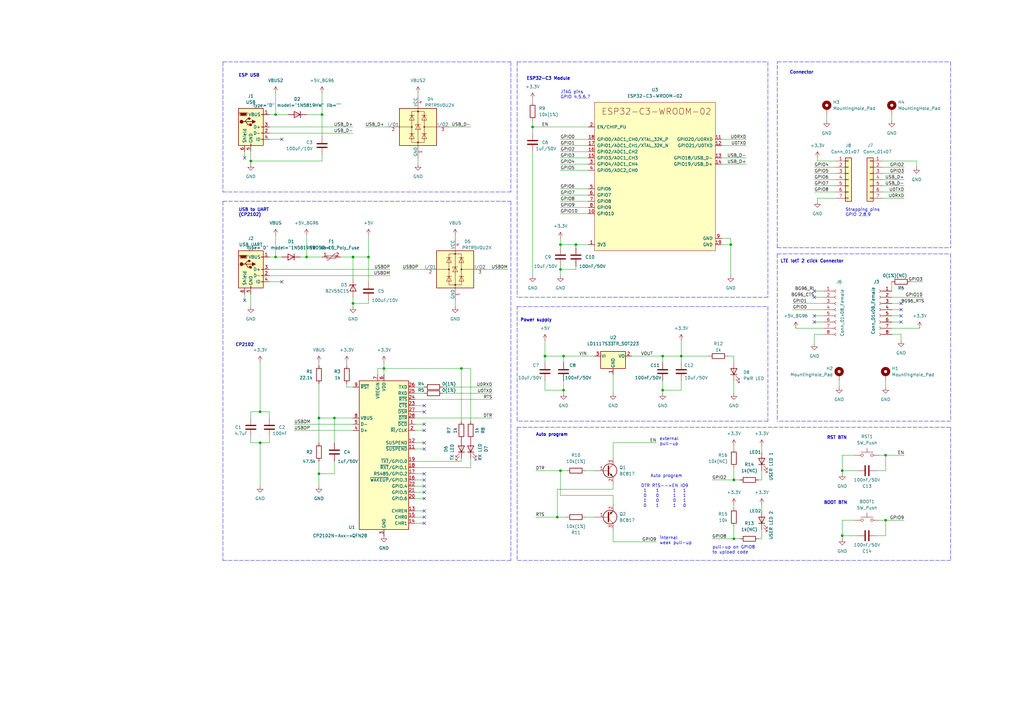
<source format=kicad_sch>
(kicad_sch (version 20211123) (generator eeschema)
  (paper "A3")
  (junction (at 363.22 186.69))
  (junction (at 132.08 46.99))
  (junction (at 229.87 110.49))
  (junction (at 113.03 46.99))
  (junction (at 157.48 151.13))
  (junction (at 363.22 213.36))
  (junction (at 279.4 146.05))
  (junction (at 300.99 220.98))
  (junction (at 223.52 146.05))
  (junction (at 106.68 181.61))
  (junction (at 130.81 171.45))
  (junction (at 218.44 52.07))
  (junction (at 189.23 151.13))
  (junction (at 130.81 194.31))
  (junction (at 229.87 193.04))
  (junction (at 228.6 212.09))
  (junction (at 299.72 100.33))
  (junction (at 106.68 168.91))
  (junction (at 231.14 146.05))
  (junction (at 102.87 66.04))
  (junction (at 231.14 160.02))
  (junction (at 144.78 124.46))
  (junction (at 345.44 193.04))
  (junction (at 137.16 171.45))
  (junction (at 345.44 219.71))
  (junction (at 271.78 146.05))
  (junction (at 113.03 105.41))
  (junction (at 300.99 196.85))
  (junction (at 229.87 100.33))
  (junction (at 271.78 160.02))
  (junction (at 236.22 100.33))
  (junction (at 151.13 105.41))
  (junction (at 125.73 105.41))
  (junction (at 144.78 105.41))
  (no_connect (at 173.99 194.31))
  (no_connect (at 173.99 196.85))
  (no_connect (at 369.57 127))
  (no_connect (at 100.33 64.77))
  (no_connect (at 334.01 121.92))
  (no_connect (at 173.99 204.47))
  (no_connect (at 334.01 132.08))
  (no_connect (at 173.99 199.39))
  (no_connect (at 173.99 212.09))
  (no_connect (at 173.99 214.63))
  (no_connect (at 334.01 119.38))
  (no_connect (at 173.99 209.55))
  (no_connect (at 369.57 129.54))
  (no_connect (at 115.57 57.15))
  (no_connect (at 100.33 123.19))
  (no_connect (at 173.99 168.91))
  (no_connect (at 115.57 115.57))
  (no_connect (at 173.99 201.93))
  (no_connect (at 173.99 166.37))
  (no_connect (at 173.99 181.61))
  (no_connect (at 173.99 184.15))
  (no_connect (at 173.99 173.99))
  (no_connect (at 173.99 176.53))
  (no_connect (at 334.01 129.54))
  (no_connect (at 369.57 124.46))
  (no_connect (at 369.57 132.08))
  (wire (pts (xy 251.46 217.17) (xy 251.46 222.25)))
  (polyline (pts (xy 389.89 229.87) (xy 212.09 229.87)))
  (wire (pts (xy 259.08 146.05) (xy 271.78 146.05)))
  (wire (pts (xy 251.46 222.25) (xy 269.24 222.25)))
  (wire (pts (xy 170.18 181.61) (xy 173.99 181.61)))
  (wire (pts (xy 361.95 71.12) (xy 370.84 71.12)))
  (wire (pts (xy 334.01 129.54) (xy 337.82 129.54)))
  (wire (pts (xy 229.87 59.69) (xy 241.3 59.69)))
  (polyline (pts (xy 91.44 82.55) (xy 209.55 82.55)))
  (polyline (pts (xy 212.09 125.73) (xy 314.96 125.73)))
  (wire (pts (xy 125.73 105.41) (xy 132.08 105.41)))
  (wire (pts (xy 218.44 52.07) (xy 218.44 54.61)))
  (wire (pts (xy 151.13 105.41) (xy 151.13 115.57)))
  (wire (pts (xy 240.03 212.09) (xy 243.84 212.09)))
  (wire (pts (xy 193.04 191.77) (xy 193.04 187.96)))
  (wire (pts (xy 199.39 110.49) (xy 208.28 110.49)))
  (wire (pts (xy 334.01 121.92) (xy 337.82 121.92)))
  (wire (pts (xy 139.7 105.41) (xy 144.78 105.41)))
  (polyline (pts (xy 314.96 172.72) (xy 212.09 172.72)))
  (wire (pts (xy 170.18 191.77) (xy 193.04 191.77)))
  (wire (pts (xy 223.52 139.7) (xy 223.52 146.05)))
  (wire (pts (xy 236.22 100.33) (xy 229.87 100.33)))
  (wire (pts (xy 365.76 115.57) (xy 365.76 119.38)))
  (wire (pts (xy 251.46 181.61) (xy 251.46 187.96)))
  (wire (pts (xy 365.76 137.16) (xy 369.57 137.16)))
  (polyline (pts (xy 209.55 25.4) (xy 209.55 78.74)))
  (wire (pts (xy 184.15 52.07) (xy 193.04 52.07)))
  (wire (pts (xy 137.16 171.45) (xy 137.16 181.61)))
  (wire (pts (xy 218.44 49.53) (xy 218.44 52.07)))
  (wire (pts (xy 142.24 148.59) (xy 142.24 149.86)))
  (wire (pts (xy 106.68 181.61) (xy 106.68 199.39)))
  (wire (pts (xy 359.41 219.71) (xy 363.22 219.71)))
  (wire (pts (xy 144.78 124.46) (xy 151.13 124.46)))
  (wire (pts (xy 345.44 194.31) (xy 345.44 193.04)))
  (wire (pts (xy 300.99 196.85) (xy 303.53 196.85)))
  (wire (pts (xy 334.01 68.58) (xy 342.9 68.58)))
  (wire (pts (xy 335.28 64.77) (xy 335.28 66.04)))
  (wire (pts (xy 102.87 120.65) (xy 102.87 125.73)))
  (wire (pts (xy 132.08 46.99) (xy 132.08 38.1)))
  (wire (pts (xy 170.18 199.39) (xy 173.99 199.39)))
  (wire (pts (xy 335.28 81.28) (xy 342.9 81.28)))
  (wire (pts (xy 219.71 212.09) (xy 228.6 212.09)))
  (polyline (pts (xy 318.77 104.14) (xy 318.77 172.72)))
  (wire (pts (xy 345.44 186.69) (xy 350.52 186.69)))
  (wire (pts (xy 171.45 64.77) (xy 171.45 67.31)))
  (wire (pts (xy 125.73 46.99) (xy 132.08 46.99)))
  (wire (pts (xy 378.46 115.57) (xy 373.38 115.57)))
  (wire (pts (xy 344.17 156.21) (xy 344.17 158.75)))
  (wire (pts (xy 369.57 132.08) (xy 365.76 132.08)))
  (wire (pts (xy 229.87 109.22) (xy 229.87 110.49)))
  (wire (pts (xy 361.95 68.58) (xy 370.84 68.58)))
  (wire (pts (xy 342.9 66.04) (xy 335.28 66.04)))
  (wire (pts (xy 123.19 105.41) (xy 125.73 105.41)))
  (wire (pts (xy 170.18 201.93) (xy 173.99 201.93)))
  (wire (pts (xy 228.6 212.09) (xy 232.41 212.09)))
  (polyline (pts (xy 91.44 82.55) (xy 91.44 229.87)))
  (wire (pts (xy 365.76 121.92) (xy 378.46 121.92)))
  (wire (pts (xy 181.61 158.75) (xy 201.93 158.75)))
  (wire (pts (xy 295.91 59.69) (xy 306.07 59.69)))
  (wire (pts (xy 251.46 153.67) (xy 251.46 161.29)))
  (wire (pts (xy 170.18 158.75) (xy 173.99 158.75)))
  (wire (pts (xy 363.22 156.21) (xy 363.22 158.75)))
  (wire (pts (xy 334.01 132.08) (xy 337.82 132.08)))
  (wire (pts (xy 295.91 100.33) (xy 299.72 100.33)))
  (wire (pts (xy 229.87 80.01) (xy 241.3 80.01)))
  (wire (pts (xy 170.18 184.15) (xy 173.99 184.15)))
  (wire (pts (xy 369.57 129.54) (xy 365.76 129.54)))
  (polyline (pts (xy 318.77 101.6) (xy 389.89 101.6)))
  (wire (pts (xy 295.91 57.15) (xy 306.07 57.15)))
  (wire (pts (xy 100.33 123.19) (xy 100.33 120.65)))
  (wire (pts (xy 345.44 219.71) (xy 345.44 213.36)))
  (wire (pts (xy 132.08 55.88) (xy 132.08 46.99)))
  (wire (pts (xy 170.18 161.29) (xy 173.99 161.29)))
  (wire (pts (xy 110.49 168.91) (xy 110.49 171.45)))
  (wire (pts (xy 149.86 52.07) (xy 158.75 52.07)))
  (wire (pts (xy 345.44 220.98) (xy 345.44 219.71)))
  (wire (pts (xy 337.82 124.46) (xy 325.12 124.46)))
  (wire (pts (xy 110.49 52.07) (xy 144.78 52.07)))
  (wire (pts (xy 251.46 203.2) (xy 229.87 203.2)))
  (wire (pts (xy 229.87 193.04) (xy 229.87 203.2)))
  (wire (pts (xy 345.44 213.36) (xy 350.52 213.36)))
  (wire (pts (xy 157.48 151.13) (xy 189.23 151.13)))
  (wire (pts (xy 236.22 109.22) (xy 236.22 110.49)))
  (wire (pts (xy 110.49 181.61) (xy 106.68 181.61)))
  (wire (pts (xy 279.4 160.02) (xy 279.4 156.21)))
  (wire (pts (xy 271.78 160.02) (xy 271.78 161.29)))
  (wire (pts (xy 170.18 204.47) (xy 173.99 204.47)))
  (wire (pts (xy 132.08 63.5) (xy 132.08 66.04)))
  (wire (pts (xy 345.44 193.04) (xy 345.44 186.69)))
  (wire (pts (xy 229.87 62.23) (xy 241.3 62.23)))
  (wire (pts (xy 165.1 110.49) (xy 173.99 110.49)))
  (wire (pts (xy 113.03 105.41) (xy 113.03 96.52)))
  (wire (pts (xy 229.87 110.49) (xy 229.87 113.03)))
  (polyline (pts (xy 389.89 104.14) (xy 389.89 172.72)))
  (wire (pts (xy 279.4 146.05) (xy 279.4 148.59)))
  (wire (pts (xy 271.78 160.02) (xy 279.4 160.02)))
  (wire (pts (xy 189.23 151.13) (xy 193.04 151.13)))
  (wire (pts (xy 110.49 113.03) (xy 160.02 113.03)))
  (wire (pts (xy 300.99 207.01) (xy 300.99 208.28)))
  (wire (pts (xy 236.22 100.33) (xy 241.3 100.33)))
  (wire (pts (xy 170.18 189.23) (xy 189.23 189.23)))
  (wire (pts (xy 271.78 156.21) (xy 271.78 160.02)))
  (wire (pts (xy 299.72 100.33) (xy 299.72 113.03)))
  (wire (pts (xy 186.69 123.19) (xy 186.69 125.73)))
  (wire (pts (xy 337.82 134.62) (xy 326.39 134.62)))
  (wire (pts (xy 229.87 100.33) (xy 229.87 101.6)))
  (wire (pts (xy 170.18 214.63) (xy 173.99 214.63)))
  (wire (pts (xy 229.87 87.63) (xy 241.3 87.63)))
  (wire (pts (xy 130.81 171.45) (xy 137.16 171.45)))
  (wire (pts (xy 186.69 96.52) (xy 186.69 97.79)))
  (wire (pts (xy 100.33 64.77) (xy 100.33 62.23)))
  (wire (pts (xy 363.22 186.69) (xy 370.84 186.69)))
  (wire (pts (xy 229.87 97.79) (xy 229.87 100.33)))
  (wire (pts (xy 110.49 105.41) (xy 113.03 105.41)))
  (polyline (pts (xy 389.89 172.72) (xy 318.77 172.72)))
  (wire (pts (xy 292.1 196.85) (xy 300.99 196.85)))
  (wire (pts (xy 113.03 46.99) (xy 113.03 38.1)))
  (wire (pts (xy 279.4 139.7) (xy 279.4 146.05)))
  (wire (pts (xy 271.78 146.05) (xy 279.4 146.05)))
  (polyline (pts (xy 212.09 175.26) (xy 212.09 229.87)))
  (wire (pts (xy 361.95 81.28) (xy 370.84 81.28)))
  (wire (pts (xy 130.81 189.23) (xy 130.81 194.31)))
  (wire (pts (xy 363.22 193.04) (xy 363.22 186.69)))
  (wire (pts (xy 342.9 78.74) (xy 334.01 78.74)))
  (wire (pts (xy 154.94 151.13) (xy 157.48 151.13)))
  (wire (pts (xy 170.18 166.37) (xy 173.99 166.37)))
  (wire (pts (xy 311.15 196.85) (xy 312.42 196.85)))
  (wire (pts (xy 229.87 193.04) (xy 232.41 193.04)))
  (polyline (pts (xy 212.09 25.4) (xy 314.96 25.4)))
  (wire (pts (xy 142.24 158.75) (xy 144.78 158.75)))
  (wire (pts (xy 295.91 67.31) (xy 306.07 67.31)))
  (wire (pts (xy 229.87 57.15) (xy 241.3 57.15)))
  (wire (pts (xy 375.92 66.04) (xy 375.92 68.58)))
  (wire (pts (xy 170.18 209.55) (xy 173.99 209.55)))
  (wire (pts (xy 181.61 161.29) (xy 201.93 161.29)))
  (wire (pts (xy 137.16 189.23) (xy 137.16 194.31)))
  (wire (pts (xy 369.57 137.16) (xy 369.57 139.7)))
  (polyline (pts (xy 212.09 25.4) (xy 212.09 121.92)))
  (wire (pts (xy 125.73 105.41) (xy 125.73 96.52)))
  (wire (pts (xy 170.18 168.91) (xy 173.99 168.91)))
  (polyline (pts (xy 91.44 25.4) (xy 91.44 78.74)))
  (wire (pts (xy 312.42 220.98) (xy 312.42 217.17)))
  (wire (pts (xy 228.6 200.66) (xy 228.6 212.09)))
  (wire (pts (xy 223.52 146.05) (xy 231.14 146.05)))
  (polyline (pts (xy 209.55 229.87) (xy 91.44 229.87)))
  (wire (pts (xy 218.44 40.64) (xy 218.44 41.91)))
  (polyline (pts (xy 314.96 125.73) (xy 314.96 172.72)))
  (wire (pts (xy 137.16 194.31) (xy 130.81 194.31)))
  (wire (pts (xy 157.48 148.59) (xy 157.48 151.13)))
  (polyline (pts (xy 318.77 101.6) (xy 318.77 25.4)))
  (wire (pts (xy 102.87 179.07) (xy 102.87 181.61)))
  (wire (pts (xy 229.87 69.85) (xy 241.3 69.85)))
  (wire (pts (xy 231.14 160.02) (xy 223.52 160.02)))
  (wire (pts (xy 106.68 148.59) (xy 106.68 168.91)))
  (wire (pts (xy 334.01 73.66) (xy 342.9 73.66)))
  (wire (pts (xy 231.14 160.02) (xy 231.14 161.29)))
  (wire (pts (xy 110.49 54.61) (xy 144.78 54.61)))
  (wire (pts (xy 236.22 100.33) (xy 236.22 101.6)))
  (wire (pts (xy 130.81 171.45) (xy 130.81 181.61)))
  (wire (pts (xy 361.95 73.66) (xy 370.84 73.66)))
  (wire (pts (xy 240.03 193.04) (xy 243.84 193.04)))
  (wire (pts (xy 229.87 77.47) (xy 241.3 77.47)))
  (wire (pts (xy 193.04 151.13) (xy 193.04 172.72)))
  (wire (pts (xy 361.95 78.74) (xy 370.84 78.74)))
  (wire (pts (xy 151.13 96.52) (xy 151.13 105.41)))
  (wire (pts (xy 359.41 193.04) (xy 363.22 193.04)))
  (polyline (pts (xy 318.77 25.4) (xy 389.89 25.4)))
  (polyline (pts (xy 209.55 82.55) (xy 209.55 229.87)))
  (wire (pts (xy 229.87 64.77) (xy 241.3 64.77)))
  (wire (pts (xy 102.87 66.04) (xy 132.08 66.04)))
  (wire (pts (xy 363.22 213.36) (xy 370.84 213.36)))
  (wire (pts (xy 300.99 146.05) (xy 300.99 148.59)))
  (wire (pts (xy 360.68 186.69) (xy 363.22 186.69)))
  (wire (pts (xy 229.87 110.49) (xy 236.22 110.49)))
  (polyline (pts (xy 389.89 175.26) (xy 389.89 229.87)))
  (wire (pts (xy 170.18 176.53) (xy 173.99 176.53)))
  (wire (pts (xy 279.4 146.05) (xy 290.83 146.05)))
  (polyline (pts (xy 314.96 25.4) (xy 314.96 121.92)))
  (wire (pts (xy 300.99 182.88) (xy 300.99 184.15)))
  (polyline (pts (xy 389.89 25.4) (xy 389.89 101.6)))
  (wire (pts (xy 251.46 207.01) (xy 251.46 203.2)))
  (wire (pts (xy 334.01 119.38) (xy 337.82 119.38)))
  (wire (pts (xy 102.87 168.91) (xy 102.87 171.45)))
  (wire (pts (xy 295.91 97.79) (xy 299.72 97.79)))
  (wire (pts (xy 120.65 176.53) (xy 144.78 176.53)))
  (wire (pts (xy 271.78 146.05) (xy 271.78 148.59)))
  (wire (pts (xy 106.68 168.91) (xy 102.87 168.91)))
  (polyline (pts (xy 212.09 175.26) (xy 389.89 175.26)))
  (wire (pts (xy 130.81 157.48) (xy 130.81 171.45)))
  (wire (pts (xy 334.01 76.2) (xy 342.9 76.2)))
  (wire (pts (xy 360.68 213.36) (xy 363.22 213.36)))
  (wire (pts (xy 337.82 127) (xy 325.12 127)))
  (wire (pts (xy 363.22 219.71) (xy 363.22 213.36)))
  (wire (pts (xy 218.44 52.07) (xy 241.3 52.07)))
  (polyline (pts (xy 91.44 25.4) (xy 209.55 25.4)))
  (wire (pts (xy 311.15 220.98) (xy 312.42 220.98)))
  (wire (pts (xy 115.57 115.57) (xy 110.49 115.57)))
  (wire (pts (xy 369.57 124.46) (xy 365.76 124.46)))
  (wire (pts (xy 334.01 137.16) (xy 334.01 140.97)))
  (wire (pts (xy 151.13 124.46) (xy 151.13 123.19)))
  (wire (pts (xy 375.92 66.04) (xy 361.95 66.04)))
  (wire (pts (xy 223.52 160.02) (xy 223.52 156.21)))
  (wire (pts (xy 219.71 193.04) (xy 229.87 193.04)))
  (polyline (pts (xy 212.09 172.72) (xy 212.09 125.73)))
  (wire (pts (xy 154.94 153.67) (xy 154.94 151.13)))
  (wire (pts (xy 300.99 220.98) (xy 300.99 215.9)))
  (wire (pts (xy 102.87 67.31) (xy 102.87 66.04)))
  (wire (pts (xy 300.99 156.21) (xy 300.99 161.29)))
  (wire (pts (xy 337.82 137.16) (xy 334.01 137.16)))
  (wire (pts (xy 300.99 191.77) (xy 300.99 196.85)))
  (wire (pts (xy 251.46 198.12) (xy 251.46 200.66)))
  (polyline (pts (xy 318.77 104.14) (xy 389.89 104.14)))
  (wire (pts (xy 339.09 46.99) (xy 339.09 49.53)))
  (wire (pts (xy 365.76 46.99) (xy 365.76 49.53)))
  (wire (pts (xy 335.28 82.55) (xy 335.28 81.28)))
  (wire (pts (xy 345.44 193.04) (xy 351.79 193.04)))
  (wire (pts (xy 334.01 71.12) (xy 342.9 71.12)))
  (wire (pts (xy 137.16 171.45) (xy 144.78 171.45)))
  (wire (pts (xy 110.49 110.49) (xy 160.02 110.49)))
  (wire (pts (xy 345.44 219.71) (xy 351.79 219.71)))
  (wire (pts (xy 113.03 105.41) (xy 115.57 105.41)))
  (wire (pts (xy 113.03 46.99) (xy 118.11 46.99)))
  (wire (pts (xy 300.99 220.98) (xy 303.53 220.98)))
  (wire (pts (xy 170.18 194.31) (xy 173.99 194.31)))
  (wire (pts (xy 110.49 168.91) (xy 106.68 168.91)))
  (wire (pts (xy 120.65 173.99) (xy 144.78 173.99)))
  (wire (pts (xy 218.44 62.23) (xy 218.44 113.03)))
  (polyline (pts (xy 209.55 78.74) (xy 91.44 78.74)))
  (wire (pts (xy 312.42 196.85) (xy 312.42 193.04)))
  (wire (pts (xy 170.18 173.99) (xy 173.99 173.99)))
  (wire (pts (xy 144.78 105.41) (xy 144.78 114.3)))
  (wire (pts (xy 106.68 181.61) (xy 102.87 181.61)))
  (wire (pts (xy 144.78 121.92) (xy 144.78 124.46)))
  (wire (pts (xy 115.57 57.15) (xy 110.49 57.15)))
  (wire (pts (xy 223.52 146.05) (xy 223.52 148.59)))
  (wire (pts (xy 377.19 134.62) (xy 365.76 134.62)))
  (wire (pts (xy 229.87 67.31) (xy 241.3 67.31)))
  (wire (pts (xy 231.14 146.05) (xy 231.14 148.59)))
  (wire (pts (xy 170.18 171.45) (xy 201.93 171.45)))
  (wire (pts (xy 229.87 82.55) (xy 241.3 82.55)))
  (wire (pts (xy 144.78 124.46) (xy 144.78 125.73)))
  (wire (pts (xy 170.18 163.83) (xy 201.93 163.83)))
  (wire (pts (xy 251.46 181.61) (xy 269.24 181.61)))
  (wire (pts (xy 102.87 62.23) (xy 102.87 66.04)))
  (wire (pts (xy 361.95 76.2) (xy 370.84 76.2)))
  (wire (pts (xy 110.49 46.99) (xy 113.03 46.99)))
  (wire (pts (xy 295.91 64.77) (xy 306.07 64.77)))
  (wire (pts (xy 251.46 200.66) (xy 228.6 200.66)))
  (polyline (pts (xy 314.96 121.92) (xy 212.09 121.92)))
  (wire (pts (xy 144.78 105.41) (xy 151.13 105.41)))
  (wire (pts (xy 312.42 207.01) (xy 312.42 209.55)))
  (wire (pts (xy 171.45 38.1) (xy 171.45 39.37)))
  (wire (pts (xy 110.49 179.07) (xy 110.49 181.61)))
  (wire (pts (xy 299.72 97.79) (xy 299.72 100.33)))
  (wire (pts (xy 312.42 182.88) (xy 312.42 185.42)))
  (wire (pts (xy 189.23 151.13) (xy 189.23 172.72)))
  (wire (pts (xy 130.81 194.31) (xy 130.81 199.39)))
  (wire (pts (xy 231.14 156.21) (xy 231.14 160.02)))
  (wire (pts (xy 170.18 212.09) (xy 173.99 212.09)))
  (wire (pts (xy 170.18 196.85) (xy 173.99 196.85)))
  (wire (pts (xy 189.23 189.23) (xy 189.23 187.96)))
  (wire (pts (xy 298.45 146.05) (xy 300.99 146.05)))
  (wire (pts (xy 229.87 85.09) (xy 241.3 85.09)))
  (wire (pts (xy 292.1 220.98) (xy 300.99 220.98)))
  (wire (pts (xy 369.57 127) (xy 365.76 127)))
  (wire (pts (xy 130.81 148.59) (xy 130.81 149.86)))
  (wire (pts (xy 231.14 146.05) (xy 243.84 146.05)))
  (wire (pts (xy 142.24 157.48) (xy 142.24 158.75)))
  (wire (pts (xy 157.48 151.13) (xy 157.48 153.67)))
  (text "CP2102" (at 96.52 142.24 0) (effects (font (size 1.27 1.27) (thickness 0.254) bold) (justify left bottom)))
  (text "Strapping pins\nGPIO 2,8,9" (at 346.71 88.9 0) (effects (font (size 1.27 1.27)) (justify left bottom)))
  (text "Power supply" (at 213.36 132.08 0) (effects (font (size 1.27 1.27) (thickness 0.254) bold) (justify left bottom)))
  (text "    Auto program\n\nDTR RTS-->EN IO9\n 1    1      1   1\n 0    0      1   1\n 1    0      0   1\n 0    1      1   0 \n" (at 262.89 208.28 0) (effects (font (size 1.27 1.27)) (justify left bottom)))
  (text "internal\nweak pull-up" (at 270.51 223.52 0) (effects (font (size 1.27 1.27)) (justify left bottom)))
  (text "Auto program" (at 219.71 179.07 0) (effects (font (size 1.27 1.27) bold) (justify left bottom)))
  (text "Connector" (at 323.85 30.48 0) (effects (font (size 1.27 1.27) bold) (justify left bottom)))
  (text "LTE IotT 2 click Connector" (at 320.04 107.95 0) (effects (font (size 1.27 1.27) (thickness 0.254) bold) (justify left bottom)))
  (text "JTAG pins\nGPIO 4,5,6,7" (at 229.87 40.64 0) (effects (font (size 1.27 1.27)) (justify left bottom)))
  (text "USB to UART\n(CP2102)" (at 97.79 88.9 0) (effects (font (size 1.27 1.27) (thickness 0.254) bold) (justify left bottom)))
  (text "ESP USB\n" (at 97.79 31.75 0) (effects (font (size 1.27 1.27) (thickness 0.254) bold) (justify left bottom)))
  (text "ESP32-C3 Module" (at 215.9 33.02 0) (effects (font (size 1.27 1.27) (thickness 0.254) bold) (justify left bottom)))
  (text "pull-up on GPIO8\nto upload code" (at 292.1 227.33 0) (effects (font (size 1.27 1.27)) (justify left bottom)))
  (text "external\npull-up" (at 270.51 182.88 0) (effects (font (size 1.27 1.27)) (justify left bottom)))
  (text "RST BTN" (at 339.09 180.34 0) (effects (font (size 1.27 1.27) (thickness 0.254) bold) (justify left bottom)))
  (text "BOOT BTN" (at 337.82 207.01 0) (effects (font (size 1.27 1.27) (thickness 0.254) bold) (justify left bottom)))
  (label "U0TXD" (at 201.93 161.29 180))
  (label "VOUT" (at 262.89 146.05 0))
  (label "GPIO6" (at 334.01 73.66 0))
  (label "GPIO10" (at 378.46 121.92 180))
  (label "GPIO2" (at 370.84 68.58 180))
  (label "GPIO8" (at 292.1 220.98 0))
  (label "USBDP" (at 160.02 110.49 180))
  (label "USB_D+" (at 149.86 52.07 0))
  (label "U0TXD" (at 306.07 59.69 180))
  (label "U0TXD" (at 370.84 78.74 180))
  (label "USB_D+" (at 306.07 67.31 180))
  (label "GPIO3" (at 229.87 64.77 0))
  (label "RTS" (at 201.93 163.83 180))
  (label "USB_D-" (at 193.04 52.07 180))
  (label "USB_D-" (at 144.78 54.61 180))
  (label "GPIO5" (at 334.01 71.12 0))
  (label "GPIO10" (at 229.87 87.63 0))
  (label "EN" (at 269.24 181.61 180))
  (label "GPIO7" (at 334.01 76.2 0))
  (label "USBDM" (at 208.28 110.49 180))
  (label "USBDM" (at 160.02 113.03 180))
  (label "GPIO3" (at 370.84 71.12 180))
  (label "GPIO1" (at 325.12 124.46 0))
  (label "GPIO0" (at 229.87 57.15 0))
  (label "USB_D-" (at 370.84 76.2 180))
  (label "GPIO2" (at 292.1 196.85 0))
  (label "BG96_RI" (at 334.01 119.38 180))
  (label "GPIO0" (at 325.12 127 0))
  (label "USBDM" (at 120.65 173.99 0))
  (label "GPIO9" (at 229.87 85.09 0))
  (label "USB_D-" (at 306.07 64.77 180))
  (label "GPIO2" (at 229.87 62.23 0))
  (label "GPIO4" (at 334.01 68.58 0))
  (label "RTS" (at 219.71 212.09 0))
  (label "GPIO8" (at 334.01 78.74 0))
  (label "GPIO7" (at 229.87 80.01 0))
  (label "GPIO8" (at 229.87 82.55 0))
  (label "GPIO9" (at 370.84 213.36 180))
  (label "USBDP" (at 120.65 176.53 0))
  (label "BG96_RTS" (at 369.57 124.46 0))
  (label "VIN" (at 237.49 146.05 0))
  (label "GPIO1" (at 229.87 59.69 0))
  (label "U0RXD" (at 306.07 57.15 180))
  (label "USBDP" (at 165.1 110.49 0))
  (label "GPIO6" (at 229.87 77.47 0))
  (label "BG96_CTS" (at 334.01 121.92 180))
  (label "EN" (at 370.84 186.69 180))
  (label "GPIO3" (at 378.46 115.57 180))
  (label "U0RXD" (at 370.84 81.28 180))
  (label "EN" (at 222.25 52.07 0))
  (label "USB_D+" (at 370.84 73.66 180))
  (label "DTR" (at 219.71 193.04 0))
  (label "U0RXD" (at 201.93 158.75 180))
  (label "DTR" (at 201.93 171.45 180))
  (label "GPIO9" (at 269.24 222.25 180))
  (label "USB_D+" (at 144.78 52.07 180))
  (label "GPIO5" (at 229.87 69.85 0))
  (label "GPIO4" (at 229.87 67.31 0))
  (symbol (lib_id "power:GND") (at 334.01 140.97 0) (mirror y) (unit 1)
    (property "Reference" "#PWR036" (effects hide))
    (property "Value" "GND" (at 334.01 146.05 0))
  )
  (symbol (lib_id "Device:R") (at 189.23 176.53 0) (unit 1)
    (property "Reference" "R7" (at 184.15 176.53 90))
    (property "Value" "1k" (at 186.69 176.53 90))
    (property "Footprint" "Resistor_SMD:R_0603_1608Metric_Pad0.98x0.95mm_HandSolder" (effects hide))
  )
  (symbol (lib_id "Device:C") (at 355.6 219.71 90) (unit 1)
    (property "Reference" "C14" (at 355.6 226.06 90))
    (property "Value" "100nF/50V" (at 355.6 223.52 90))
    (property "Footprint" "Capacitor_SMD:C_0603_1608Metric_Pad1.08x0.95mm_HandSolder" (effects hide))
  )
  (symbol (lib_id "power:GND") (at 365.76 49.53 0) (unit 1)
    (property "Reference" "#PWR032" (effects hide))
    (property "Value" "GND" (at 365.76 54.61 0))
  )
  (symbol (lib_id "power:+5V") (at 223.52 139.7 0) (unit 1)
    (property "Reference" "#PWR019" (effects hide))
    (property "Value" "+5V" (at 223.52 134.62 0))
  )
  (symbol (lib_id "Device:R") (at 236.22 193.04 90) (unit 1)
    (property "Reference" "R10" (at 236.22 186.69 90))
    (property "Value" "10k(1%)" (at 236.22 189.23 90))
    (property "Footprint" "Resistor_SMD:R_0603_1608Metric_Pad0.98x0.95mm_HandSolder" (effects hide))
  )
  (symbol (lib_id "Device:LED") (at 312.42 189.23 90) (unit 1)
    (property "Reference" "LED1" (at 307.34 185.42 90) (effects (justify right)))
    (property "Value" "USER LED 1" (at 316.23 185.42 0) (effects (justify right)))
    (property "Footprint" "Diode_SMD:D_0805_2012Metric_Pad1.15x1.40mm_HandSolder" (effects hide))
  )
  (symbol (lib_id "power:GND") (at 186.69 125.73 0) (unit 1)
    (property "Reference" "#PWR015" (effects hide))
    (property "Value" "GND" (at 186.69 130.81 0))
  )
  (symbol (lib_id "power:VBUS") (at 130.81 148.59 0) (unit 1)
    (property "Reference" "#PWR06" (effects hide))
    (property "Value" "VBUS" (at 130.81 143.51 0))
  )
  (symbol (lib_id "power:GND") (at 369.57 139.7 0) (mirror y) (unit 1)
    (property "Reference" "#PWR030" (effects hide))
    (property "Value" "GND" (at 369.57 144.78 0))
  )
  (symbol (lib_id "lightigo_parts:VBUS2") (at 113.03 38.1 0) (unit 1)
    (property "Reference" "#PWR0107" (effects hide))
    (property "Value" "VBUS2" (at 113.03 33.02 0))
  )
  (symbol (lib_id "power:+3.3V") (at 106.68 148.59 0) (unit 1)
    (property "Reference" "#PWR0102" (effects hide))
    (property "Value" "+3.3V" (at 106.68 143.51 0))
  )
  (symbol (lib_id "power:GND") (at 271.78 161.29 0) (unit 1)
    (property "Reference" "#PWR024" (effects hide))
    (property "Value" "GND" (at 271.78 166.37 0))
  )
  (symbol (lib_id "power:GND") (at 171.45 67.31 0) (unit 1)
    (property "Reference" "#PWR013" (effects hide))
    (property "Value" "GND" (at 171.45 72.39 0))
  )
  (symbol (lib_id "Switch:SW_Push") (at 355.6 186.69 0) (unit 1)
    (property "Reference" "RST1" (at 355.6 179.07 0))
    (property "Value" "SW_Push" (at 355.6 181.61 0))
    (property "Footprint" "Button_Switch_THT:SW_PUSH_6mm_H5mm" (effects hide))
  )
  (symbol (lib_id "Switch:SW_Push") (at 355.6 213.36 0) (unit 1)
    (property "Reference" "BOOT1" (at 355.6 205.74 0))
    (property "Value" "SW_Push" (at 355.6 208.28 0))
    (property "Footprint" "Button_Switch_THT:SW_PUSH_6mm_H5mm" (effects hide))
  )
  (symbol (lib_id "power:VBUS") (at 113.03 96.52 0) (unit 1)
    (property "Reference" "#PWR05" (effects hide))
    (property "Value" "VBUS" (at 113.03 91.44 0))
  )
  (symbol (lib_id "Simulation_SPICE:DIODE") (at 121.92 46.99 0) (unit 1)
    (property "Reference" "D2" (at 121.92 40.64 0))
    (property "Value" "1N5819HW" (at 121.92 43.18 0))
    (property "Footprint" "snapeda:SOD3715X145N" (effects hide))
    (property "Spice_Netlist_Enabled" "Y" (effects hide))
    (property "Spice_Primitive" "D" (effects hide))
  )
  (symbol (lib_id "power:GND") (at 345.44 194.31 0) (unit 1)
    (property "Reference" "#PWR028" (effects hide))
    (property "Value" "GND" (at 345.44 199.39 0))
  )
  (symbol (lib_id "Device:R") (at 294.64 146.05 90) (unit 1)
    (property "Reference" "R12" (at 294.64 140.97 90))
    (property "Value" "1k" (at 294.64 143.51 90))
    (property "Footprint" "Resistor_SMD:R_0603_1608Metric_Pad0.98x0.95mm_HandSolder" (effects hide))
  )
  (symbol (lib_id "Device:R") (at 307.34 220.98 90) (unit 1)
    (property "Reference" "R13" (at 307.34 214.63 90))
    (property "Value" "1k(NC)" (at 307.34 217.17 90))
    (property "Footprint" "Resistor_SMD:R_0603_1608Metric_Pad0.98x0.95mm_HandSolder" (effects hide))
  )
  (symbol (lib_id "Device:C") (at 151.13 119.38 0) (unit 1)
    (property "Reference" "C5" (at 154.94 119.38 0) (effects (justify left)))
    (property "Value" "100uF/10V" (at 152.4 123.19 0) (effects (justify left)))
    (property "Footprint" "Capacitor_THT:CP_Radial_D5.0mm_P2.00mm" (effects hide))
  )
  (symbol (lib_id "Device:R") (at 300.99 187.96 0) (mirror x) (unit 1)
    (property "Reference" "R16" (at 298.45 186.6899 0) (effects (justify right)))
    (property "Value" "10k(NC)" (at 298.45 189.2299 0) (effects (justify right)))
    (property "Footprint" "Resistor_SMD:R_0603_1608Metric_Pad0.98x0.95mm_HandSolder" (effects hide))
  )
  (symbol (lib_id "power:+3.3V") (at 335.28 64.77 0) (unit 1)
    (property "Reference" "#PWR0109" (effects hide))
    (property "Value" "+3.3V" (at 335.28 59.69 0))
  )
  (symbol (lib_id "Device:R") (at 177.8 161.29 270) (mirror x) (unit 1)
    (property "Reference" "R5" (at 172.72 160.02 90))
    (property "Value" "0(1%)" (at 184.15 160.02 90))
    (property "Footprint" "Resistor_SMD:R_0603_1608Metric_Pad0.98x0.95mm_HandSolder" (effects hide))
  )
  (symbol (lib_id "power:GND") (at 106.68 199.39 0) (mirror y) (unit 1)
    (property "Reference" "#PWR02" (effects hide))
    (property "Value" "GND" (at 106.68 204.47 0))
  )
  (symbol (lib_id "Device:C") (at 223.52 152.4 0) (mirror y) (unit 1)
    (property "Reference" "C7" (at 218.44 149.86 0) (effects (justify right)))
    (property "Value" "10uF/50V" (at 222.25 154.94 0) (effects (justify left)))
    (property "Footprint" "Capacitor_SMD:C_0805_2012Metric_Pad1.18x1.45mm_HandSolder" (effects hide))
  )
  (symbol (lib_id "power:+3.3V") (at 312.42 207.01 0) (unit 1)
    (property "Reference" "#PWR0111" (effects hide))
    (property "Value" "+3.3V" (at 312.42 201.93 0))
  )
  (symbol (lib_id "Device:C") (at 271.78 152.4 0) (mirror y) (unit 1)
    (property "Reference" "C11" (at 266.7 149.86 0) (effects (justify right)))
    (property "Value" "100nF/50V" (at 260.35 154.94 0) (effects (justify right)))
    (property "Footprint" "Capacitor_SMD:C_0603_1608Metric_Pad1.08x0.95mm_HandSolder" (effects hide))
  )
  (symbol (lib_id "Device:R") (at 142.24 153.67 0) (mirror x) (unit 1)
    (property "Reference" "R3" (at 139.7 152.4 0) (effects (justify right)))
    (property "Value" "1k" (at 139.7 154.94 0) (effects (justify right)))
    (property "Footprint" "Resistor_SMD:R_0603_1608Metric_Pad0.98x0.95mm_HandSolder" (effects hide))
  )
  (symbol (lib_id "Device:R") (at 369.57 115.57 270) (unit 1)
    (property "Reference" "R6" (at 369.57 118.11 90))
    (property "Value" "0(1%)(NC)" (at 367.03 113.03 90))
    (property "Footprint" "Resistor_SMD:R_0603_1608Metric_Pad0.98x0.95mm_HandSolder" (effects hide))
  )
  (symbol (lib_id "power:+3.3V") (at 377.19 134.62 0) (mirror y) (unit 1)
    (property "Reference" "#PWR029" (effects hide))
    (property "Value" "+3.3V" (at 377.19 129.54 0))
  )
  (symbol (lib_id "Device:C") (at 102.87 175.26 0) (mirror x) (unit 1)
    (property "Reference" "C1" (at 99.06 175.26 0) (effects (justify right)))
    (property "Value" "4.7uF" (at 101.6 177.8 0) (effects (justify right)))
    (property "Footprint" "Capacitor_SMD:C_1210_3225Metric_Pad1.33x2.70mm_HandSolder" (effects hide))
  )
  (symbol (lib_id "Device:C") (at 279.4 152.4 0) (unit 1)
    (property "Reference" "C12" (at 284.48 149.86 0) (effects (justify right)))
    (property "Value" "10uF/50V" (at 280.67 154.94 0) (effects (justify left)))
    (property "Footprint" "Capacitor_SMD:C_0805_2012Metric_Pad1.18x1.45mm_HandSolder" (effects hide))
  )
  (symbol (lib_id "Mechanical:MountingHole_Pad") (at 363.22 153.67 0) (unit 1)
    (property "Reference" "H1" (at 365.76 151.1299 0) (effects (justify left)))
    (property "Value" "MountingHole_Pad" (at 365.76 153.6699 0) (effects (justify left)))
    (property "Footprint" "MountingHole:MountingHole_3.2mm_M3_Pad_Via" (effects hide))
  )
  (symbol (lib_id "Diode:BZV55C15") (at 144.78 118.11 90) (mirror x) (unit 1)
    (property "Reference" "D3" (at 139.7 116.84 90) (effects (justify right)))
    (property "Value" "BZV55C15" (at 133.35 119.38 90) (effects (justify right)))
    (property "Footprint" "Diode_SMD:D_MiniMELF" (effects hide))
    (property "Datasheet" "https://assets.nexperia.com/documents/data-sheet/BZV55_SER.pdf" (effects hide))
  )
  (symbol (lib_id "Espressif:ESP32-C3-WROOM-02") (at 267.97 73.66 0) (unit 1)
    (property "Reference" "U3" (at 268.605 36.83 0))
    (property "Value" "ESP32-C3-WROOM-02" (at 268.605 39.37 0))
    (property "Footprint" "Espressif:ESP32-C3-WROOM-02" (effects hide))
    (property "Datasheet" "https://www.espressif.com/sites/default/files/documentation/esp32-c3-wroom-02_datasheet_en.pdf" (effects hide))
  )
  (symbol (lib_id "Device:R") (at 177.8 158.75 270) (mirror x) (unit 1)
    (property "Reference" "R4" (at 172.72 157.48 90))
    (property "Value" "0(1%)" (at 184.15 157.48 90))
    (property "Footprint" "Resistor_SMD:R_0603_1608Metric_Pad0.98x0.95mm_HandSolder" (effects hide))
  )
  (symbol (lib_id "power:GND") (at 130.81 199.39 0) (unit 1)
    (property "Reference" "#PWR07" (effects hide))
    (property "Value" "GND" (at 130.81 204.47 0))
  )
  (symbol (lib_id "Device:C") (at 137.16 185.42 180) (unit 1)
    (property "Reference" "C4" (at 140.97 185.42 0) (effects (justify right)))
    (property "Value" "1uF/50V" (at 138.43 189.23 0) (effects (justify right)))
    (property "Footprint" "Capacitor_SMD:C_0603_1608Metric_Pad1.08x0.95mm_HandSolder" (effects hide))
  )
  (symbol (lib_id "Device:C") (at 229.87 105.41 0) (mirror x) (unit 1)
    (property "Reference" "C9" (at 226.06 105.41 0) (effects (justify right)))
    (property "Value" "10uF/50V" (at 228.6 109.22 0) (effects (justify right)))
    (property "Footprint" "Capacitor_SMD:C_1206_3216Metric_Pad1.33x1.80mm_HandSolder" (effects hide))
  )
  (symbol (lib_id "Device:R") (at 307.34 196.85 90) (unit 1)
    (property "Reference" "R14" (at 307.34 190.5 90))
    (property "Value" "1k(NC)" (at 307.34 193.04 90))
    (property "Footprint" "Resistor_SMD:R_0603_1608Metric_Pad0.98x0.95mm_HandSolder" (effects hide))
  )
  (symbol (lib_id "power:VBUS") (at 186.69 96.52 0) (unit 1)
    (property "Reference" "#PWR014" (effects hide))
    (property "Value" "VBUS" (at 186.69 91.44 0))
  )
  (symbol (lib_id "Device:R") (at 300.99 212.09 0) (mirror x) (unit 1)
    (property "Reference" "R15" (at 298.45 210.8199 0) (effects (justify right)))
    (property "Value" "10k" (at 298.45 213.3599 0) (effects (justify right)))
    (property "Footprint" "Resistor_SMD:R_0603_1608Metric_Pad0.98x0.95mm_HandSolder" (effects hide))
  )
  (symbol (lib_id "power:+3.3V") (at 218.44 40.64 0) (unit 1)
    (property "Reference" "#PWR017" (effects hide))
    (property "Value" "+3.3V" (at 218.44 35.56 0))
  )
  (symbol (lib_id "power:+3.3V") (at 300.99 182.88 0) (mirror y) (unit 1)
    (property "Reference" "#PWR033" (effects hide))
    (property "Value" "+3.3V" (at 300.99 177.8 0))
  )
  (symbol (lib_id "power:GND") (at 335.28 82.55 0) (mirror y) (unit 1)
    (property "Reference" "#PWR031" (effects hide))
    (property "Value" "GND" (at 335.28 87.63 0))
  )
  (symbol (lib_id "power:+3.3V") (at 300.99 207.01 0) (mirror y) (unit 1)
    (property "Reference" "#PWR0110" (effects hide))
    (property "Value" "+3.3V" (at 300.99 201.93 0))
  )
  (symbol (lib_id "Connector:Conn_01x08_Female") (at 360.68 127 0) (mirror y) (unit 1)
    (property "Reference" "J3" (at 360.68 115.57 0) (effects (justify left)))
    (property "Value" "Conn_01x08_Female" (at 358.14 137.16 90) (effects (justify left)))
    (property "Footprint" "Connector_PinSocket_2.54mm:PinSocket_1x08_P2.54mm_Vertical" (effects hide))
  )
  (symbol (lib_id "power:GND") (at 339.09 49.53 0) (unit 1)
    (property "Reference" "#PWR016" (effects hide))
    (property "Value" "GND" (at 339.09 54.61 0))
  )
  (symbol (lib_id "Device:C") (at 236.22 105.41 0) (unit 1)
    (property "Reference" "C10" (at 240.03 105.41 0) (effects (justify left)))
    (property "Value" "100nF/50V" (at 237.49 109.22 0) (effects (justify left)))
    (property "Footprint" "Capacitor_SMD:C_0603_1608Metric_Pad1.08x0.95mm_HandSolder" (effects hide))
  )
  (symbol (lib_id "Transistor_BJT:BC817") (at 248.92 212.09 0) (mirror x) (unit 1)
    (property "Reference" "Q2" (at 254 210.8199 0) (effects (justify left)))
    (property "Value" "BC817" (at 254 213.3599 0) (effects (justify left)))
    (property "Footprint" "Package_TO_SOT_SMD:SOT-23" (effects hide))
    (property "Datasheet" "https://www.onsemi.com/pub/Collateral/BC818-D.pdf" (effects hide))
  )
  (symbol (lib_id "power:GND") (at 218.44 113.03 0) (unit 1)
    (property "Reference" "#PWR018" (effects hide))
    (property "Value" "GND" (at 218.44 118.11 0))
  )
  (symbol (lib_id "Connector:Conn_01x08_Female") (at 342.9 127 0) (unit 1)
    (property "Reference" "J6" (at 344.17 115.57 0))
    (property "Value" "Conn_01x08_Female" (at 345.44 128.27 90))
    (property "Footprint" "Connector_PinSocket_2.54mm:PinSocket_1x08_P2.54mm_Vertical" (effects hide))
  )
  (symbol (lib_id "Device:R") (at 130.81 185.42 0) (mirror x) (unit 1)
    (property "Reference" "R2" (at 128.27 185.42 0) (effects (justify right)))
    (property "Value" "47.5k" (at 129.54 189.23 0) (effects (justify right)))
    (property "Footprint" "Resistor_SMD:R_0603_1608Metric_Pad0.98x0.95mm_HandSolder" (effects hide))
  )
  (symbol (lib_id "power:GND") (at 300.99 161.29 0) (unit 1)
    (property "Reference" "#PWR026" (effects hide))
    (property "Value" "GND" (at 300.99 166.37 0))
  )
  (symbol (lib_id "Mechanical:MountingHole_Pad") (at 365.76 44.45 0) (unit 1)
    (property "Reference" "H4" (at 368.3 41.9099 0) (effects (justify left)))
    (property "Value" "MountingHole_Pad" (at 368.3 44.4499 0) (effects (justify left)))
    (property "Footprint" "MountingHole:MountingHole_3.2mm_M3_Pad_Via" (effects hide))
  )
  (symbol (lib_id "lightigo_parts:+5V_BG96") (at 132.08 38.1 0) (unit 1)
    (property "Reference" "#PWR0103" (effects hide))
    (property "Value" "+5V_BG96" (at 132.08 33.02 0))
  )
  (symbol (lib_id "power:GND") (at 251.46 161.29 0) (unit 1)
    (property "Reference" "#PWR023" (effects hide))
    (property "Value" "GND" (at 251.46 166.37 0))
  )
  (symbol (lib_id "power:GND") (at 102.87 67.31 0) (unit 1)
    (property "Reference" "#PWR03" (effects hide))
    (property "Value" "GND" (at 102.87 72.39 0))
  )
  (symbol (lib_id "Device:C") (at 355.6 193.04 90) (unit 1)
    (property "Reference" "C13" (at 355.6 199.39 90))
    (property "Value" "100nF/50V" (at 355.6 196.85 90))
    (property "Footprint" "Capacitor_SMD:C_0603_1608Metric_Pad1.08x0.95mm_HandSolder" (effects hide))
  )
  (symbol (lib_id "Interface_USB:CP2102N-Axx-xQFN28") (at 157.48 186.69 0) (unit 1)
    (property "Reference" "U1" (at 142.9328 216.2669 0) (effects (justify left)))
    (property "Value" "CP2102N-Axx-xQFN28" (at 128.27 219.71 0) (effects (justify left)))
    (property "Footprint" "Package_DFN_QFN:QFN-28-1EP_5x5mm_P0.5mm_EP3.35x3.35mm" (effects hide))
    (property "Datasheet" "https://www.silabs.com/documents/public/data-sheets/cp2102n-datasheet.pdf" (effects hide))
  )
  (symbol (lib_id "Connector_Generic:Conn_01x07") (at 347.98 73.66 0) (unit 1)
    (property "Reference" "J8" (at 347.98 59.69 0))
    (property "Value" "Conn_01x07" (at 346.71 62.23 0))
    (property "Footprint" "Connector_PinSocket_2.54mm:PinSocket_1x07_P2.54mm_Vertical" (effects hide))
  )
  (symbol (lib_id "lightigo_parts:+5V_BG96") (at 326.39 134.62 0) (mirror y) (unit 1)
    (property "Reference" "#PWR0105" (effects hide))
    (property "Value" "+5V_BG96" (at 326.39 129.54 0))
  )
  (symbol (lib_id "power:GND") (at 229.87 113.03 0) (unit 1)
    (property "Reference" "#PWR022" (effects hide))
    (property "Value" "GND" (at 229.87 118.11 0))
  )
  (symbol (lib_id "Device:C") (at 218.44 58.42 0) (unit 1)
    (property "Reference" "C6" (at 222.25 58.42 0) (effects (justify left)))
    (property "Value" "1uF/50V" (at 219.71 60.96 0) (effects (justify left)))
    (property "Footprint" "Capacitor_SMD:C_0603_1608Metric_Pad1.08x0.95mm_HandSolder" (effects hide))
  )
  (symbol (lib_id "Device:C") (at 132.08 59.69 0) (mirror y) (unit 1)
    (property "Reference" "C3" (at 128.27 58.42 0) (effects (justify left)))
    (property "Value" "100uF/10V" (at 128.27 60.96 0) (effects (justify left)))
    (property "Footprint" "Capacitor_THT:CP_Radial_D5.0mm_P2.00mm" (effects hide))
  )
  (symbol (lib_id "Device:LED") (at 300.99 152.4 90) (unit 1)
    (property "Reference" "D8" (at 304.8 152.7174 90) (effects (justify right)))
    (property "Value" "PWR LED" (at 304.8 155.2574 90) (effects (justify right)))
    (property "Footprint" "Diode_SMD:D_0805_2012Metric_Pad1.15x1.40mm_HandSolder" (effects hide))
  )
  (symbol (lib_id "Power_Protection:PRTR5V0U2X") (at 171.45 52.07 0) (unit 1)
    (property "Reference" "D4" (at 176.53 40.64 0))
    (property "Value" "PRTR5V0U2X" (at 180.34 43.18 0))
    (property "Footprint" "Package_TO_SOT_SMD:SOT-143_Handsoldering" (effects hide))
    (property "Datasheet" "https://assets.nexperia.com/documents/data-sheet/PRTR5V0U2X.pdf" (effects hide))
  )
  (symbol (lib_id "power:GND") (at 299.72 113.03 0) (unit 1)
    (property "Reference" "#PWR027" (effects hide))
    (property "Value" "GND" (at 299.72 118.11 0))
  )
  (symbol (lib_id "Device:LED") (at 193.04 184.15 90) (unit 1)
    (property "Reference" "D7" (at 199.39 184.15 0))
    (property "Value" "RX LED" (at 196.85 185.42 0))
    (property "Footprint" "Diode_SMD:D_0805_2012Metric_Pad1.15x1.40mm_HandSolder" (effects hide))
  )
  (symbol (lib_id "power:GND") (at 345.44 220.98 0) (unit 1)
    (property "Reference" "#PWR034" (effects hide))
    (property "Value" "GND" (at 345.44 226.06 0))
  )
  (symbol (lib_id "Connector:USB_B_Micro") (at 102.87 52.07 0) (unit 1)
    (property "Reference" "J1" (at 102.87 39.37 0))
    (property "Value" "USB" (at 102.87 41.91 0))
    (property "Footprint" "Connector_USB:USB_Micro-B_Amphenol_10118194_Horizontal" (effects hide))
  )
  (symbol (lib_id "Mechanical:MountingHole_Pad") (at 339.09 44.45 0) (unit 1)
    (property "Reference" "H3" (at 341.63 41.9099 0) (effects (justify left)))
    (property "Value" "MountingHole_Pad" (at 341.63 44.4499 0) (effects (justify left)))
    (property "Footprint" "MountingHole:MountingHole_3.2mm_M3_Pad_Via" (effects hide))
  )
  (symbol (lib_id "power:GND") (at 363.22 158.75 0) (mirror y) (unit 1)
    (property "Reference" "#PWR01" (effects hide))
    (property "Value" "GND" (at 363.22 163.83 0))
  )
  (symbol (lib_id "Power_Protection:PRTR5V0U2X") (at 186.69 110.49 0) (unit 1)
    (property "Reference" "D5" (at 191.77 99.06 0))
    (property "Value" "PRTR5V0U2X" (at 195.58 101.6 0))
    (property "Footprint" "Package_TO_SOT_SMD:SOT-143_Handsoldering" (effects hide))
    (property "Datasheet" "https://assets.nexperia.com/documents/data-sheet/PRTR5V0U2X.pdf" (effects hide))
  )
  (symbol (lib_id "power:+5V") (at 151.13 96.52 0) (mirror y) (unit 1)
    (property "Reference" "#PWR010" (effects hide))
    (property "Value" "+5V" (at 151.13 91.44 0))
  )
  (symbol (lib_id "Simulation_SPICE:DIODE") (at 119.38 105.41 0) (unit 1)
    (property "Reference" "D1" (at 119.38 99.06 0))
    (property "Value" "1N5819HW" (at 119.38 101.6 0))
    (property "Footprint" "snapeda:SOD3715X145N" (effects hide))
    (property "Spice_Netlist_Enabled" "Y" (effects hide))
    (property "Spice_Primitive" "D" (effects hide))
  )
  (symbol (lib_id "Device:R") (at 218.44 45.72 0) (unit 1)
    (property "Reference" "R9" (at 220.98 44.4499 0) (effects (justify left)))
    (property "Value" "10k(1%)" (at 220.98 46.9899 0) (effects (justify left)))
    (property "Footprint" "Resistor_SMD:R_0603_1608Metric_Pad0.98x0.95mm_HandSolder" (effects hide))
  )
  (symbol (lib_id "Device:LED") (at 312.42 213.36 90) (unit 1)
    (property "Reference" "LED2" (at 307.34 209.55 90) (effects (justify right)))
    (property "Value" "USER LED 2" (at 316.23 209.55 0) (effects (justify right)))
    (property "Footprint" "Diode_SMD:D_0805_2012Metric_Pad1.15x1.40mm_HandSolder" (effects hide))
  )
  (symbol (lib_id "power:GND") (at 231.14 161.29 0) (mirror y) (unit 1)
    (property "Reference" "#PWR020" (effects hide))
    (property "Value" "GND" (at 231.14 166.37 0))
  )
  (symbol (lib_id "Device:LED") (at 189.23 184.15 270) (mirror x) (unit 1)
    (property "Reference" "D6" (at 182.88 184.15 0))
    (property "Value" "TX LED" (at 185.42 185.42 0))
    (property "Footprint" "Diode_SMD:D_0805_2012Metric_Pad1.15x1.40mm_HandSolder" (effects hide))
  )
  (symbol (lib_id "power:+3.3V") (at 157.48 148.59 0) (unit 1)
    (property "Reference" "#PWR0101" (effects hide))
    (property "Value" "+3.3V" (at 157.48 143.51 0))
  )
  (symbol (lib_id "power:+3.3V") (at 312.42 182.88 0) (unit 1)
    (property "Reference" "#PWR0112" (effects hide))
    (property "Value" "+3.3V" (at 312.42 177.8 0))
  )
  (symbol (lib_id "Device:R") (at 236.22 212.09 90) (unit 1)
    (property "Reference" "R11" (at 236.22 218.44 90))
    (property "Value" "10k(1%)" (at 236.22 215.9 90))
    (property "Footprint" "Resistor_SMD:R_0603_1608Metric_Pad0.98x0.95mm_HandSolder" (effects hide))
  )
  (symbol (lib_id "Connector:USB_B_Micro") (at 102.87 110.49 0) (unit 1)
    (property "Reference" "J2" (at 102.87 97.79 0))
    (property "Value" "USB_UART" (at 102.87 100.33 0))
    (property "Footprint" "Connector_USB:USB_Micro-B_Amphenol_10118194_Horizontal" (effects hide))
  )
  (symbol (lib_id "Transistor_BJT:BC817") (at 248.92 193.04 0) (unit 1)
    (property "Reference" "Q1" (at 254 191.7699 0) (effects (justify left)))
    (property "Value" "BC817" (at 254 194.3099 0) (effects (justify left)))
    (property "Footprint" "Package_TO_SOT_SMD:SOT-23" (effects hide))
    (property "Datasheet" "https://www.onsemi.com/pub/Collateral/BC818-D.pdf" (effects hide))
  )
  (symbol (lib_id "Device:R") (at 193.04 176.53 0) (unit 1)
    (property "Reference" "R8" (at 198.12 176.53 90))
    (property "Value" "1k" (at 195.58 176.53 90))
    (property "Footprint" "Resistor_SMD:R_0603_1608Metric_Pad0.98x0.95mm_HandSolder" (effects hide))
  )
  (symbol (lib_id "Device:C") (at 110.49 175.26 180) (unit 1)
    (property "Reference" "C2" (at 114.3 175.26 0) (effects (justify right)))
    (property "Value" "100nF" (at 111.76 177.8 0) (effects (justify right)))
    (property "Footprint" "Capacitor_SMD:C_0603_1608Metric_Pad1.08x0.95mm_HandSolder" (effects hide))
  )
  (symbol (lib_id "Device:C") (at 231.14 152.4 0) (unit 1)
    (property "Reference" "C8" (at 236.22 149.86 0) (effects (justify right)))
    (property "Value" "100nF/50V" (at 242.57 154.94 0) (effects (justify right)))
    (property "Footprint" "Capacitor_SMD:C_0603_1608Metric_Pad1.08x0.95mm_HandSolder" (effects hide))
  )
  (symbol (lib_id "power:+3.3V") (at 142.24 148.59 0) (unit 1)
    (property "Reference" "#PWR09" (effects hide))
    (property "Value" "+3.3V" (at 142.24 143.51 0))
  )
  (symbol (lib_id "power:GND") (at 344.17 158.75 0) (mirror y) (unit 1)
    (property "Reference" "#PWR011" (effects hide))
    (property "Value" "GND" (at 344.17 163.83 0))
  )
  (symbol (lib_id "power:GND") (at 102.87 125.73 0) (unit 1)
    (property "Reference" "#PWR04" (effects hide))
    (property "Value" "GND" (at 102.87 130.81 0))
  )
  (symbol (lib_id "Device:R") (at 130.81 153.67 0) (mirror x) (unit 1)
    (property "Reference" "R1" (at 128.27 152.3999 0) (effects (justify right)))
    (property "Value" "22.1k" (at 128.27 154.9399 0) (effects (justify right)))
    (property "Footprint" "Resistor_SMD:R_0603_1608Metric_Pad0.98x0.95mm_HandSolder" (effects hide))
  )
  (symbol (lib_id "power:GND") (at 157.48 219.71 0) (unit 1)
    (property "Reference" "#PWR012" (effects hide))
    (property "Value" "GND" (at 157.48 224.79 0))
  )
  (symbol (lib_id "power:+3.3V") (at 279.4 139.7 0) (unit 1)
    (property "Reference" "#PWR025" (effects hide))
    (property "Value" "+3.3V" (at 279.4 134.62 0))
  )
  (symbol (lib_name "SD050-16_Poly_Fuse_1") (lib_id "lightigo_parts:SD050-16_Poly_Fuse") (at 135.89 105.41 0) (unit 1)
    (property "Reference" "F1" (at 135.89 99.06 0))
    (property "Value" "SD050-16_Poly_Fuse" (at 137.16 101.6 0))
    (property "Footprint" "lightigo_parts_footprints:FP_for_SD050-16_POLY_FUSE" (effects hide))
  )
  (symbol (lib_id "lightigo_parts:VBUS2") (at 171.45 38.1 0) (unit 1)
    (property "Reference" "#PWR0106" (effects hide))
    (property "Value" "VBUS2" (at 171.45 33.02 0))
  )
  (symbol (lib_id "power:+3.3V") (at 229.87 97.79 0) (unit 1)
    (property "Reference" "#PWR021" (effects hide))
    (property "Value" "+3.3V" (at 229.87 92.71 0))
  )
  (symbol (lib_id "Connector_Generic:Conn_01x07") (at 356.87 73.66 0) (mirror y) (unit 1)
    (property "Reference" "J7" (at 358.14 59.69 0) (effects (justify left)))
    (property "Value" "Conn_01x07" (at 365.76 62.23 0) (effects (justify left)))
    (property "Footprint" "Connector_PinSocket_2.54mm:PinSocket_1x07_P2.54mm_Vertical" (effects hide))
  )
  (symbol (lib_id "power:GND") (at 144.78 125.73 0) (unit 1)
    (property "Reference" "#PWR08" (effects hide))
    (property "Value" "GND" (at 144.78 130.81 0))
  )
  (symbol (lib_id "Regulator_Linear:LD1117S33TR_SOT223") (at 251.46 146.05 0) (unit 1)
    (property "Reference" "U2" (at 251.46 138.43 0))
    (property "Value" "LD1117S33TR_SOT223" (at 251.46 140.97 0))
    (property "Footprint" "Package_TO_SOT_SMD:SOT-223-3_TabPin2" (effects hide))
    (property "Datasheet" "http://www.st.com/st-web-ui/static/active/en/resource/technical/document/datasheet/CD00000544.pdf" (effects hide))
  )
  (symbol (lib_id "power:GND") (at 375.92 68.58 0) (unit 1)
    (property "Reference" "#PWR0108" (effects hide))
    (property "Value" "GND" (at 375.92 73.66 0))
  )
  (symbol (lib_id "Mechanical:MountingHole_Pad") (at 344.17 153.67 0) (mirror y) (unit 1)
    (property "Reference" "H2" (at 341.63 151.1299 0) (effects (justify left)))
    (property "Value" "MountingHole_Pad" (at 341.63 153.6699 0) (effects (justify left)))
    (property "Footprint" "MountingHole:MountingHole_3.2mm_M3_Pad_Via" (effects hide))
  )
  (symbol (lib_id "lightigo_parts:+5V_BG96") (at 125.73 96.52 0) (unit 1)
    (property "Reference" "#PWR0104" (effects hide))
    (property "Value" "+5V_BG96" (at 125.73 91.44 0))
  )
)
</source>
